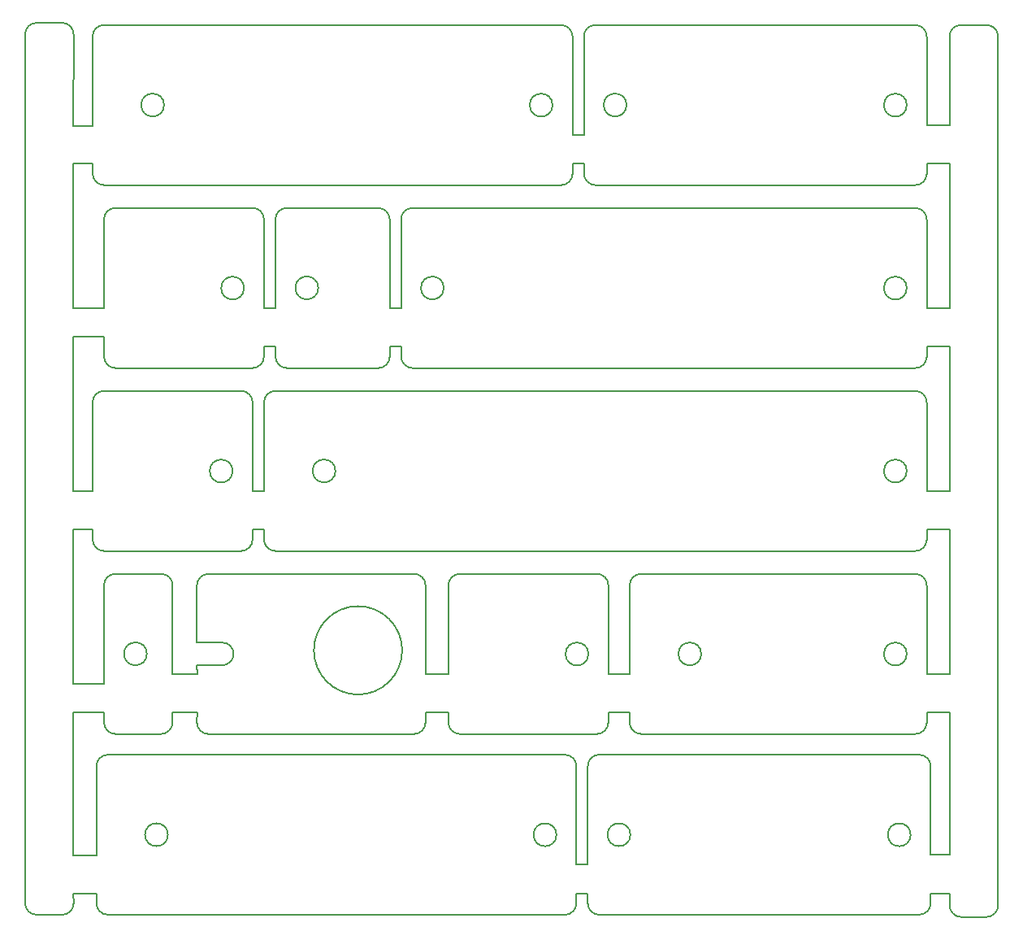
<source format=gm1>
G04 #@! TF.GenerationSoftware,KiCad,Pcbnew,(5.1.6-0-10_14)*
G04 #@! TF.CreationDate,2020-07-21T07:07:53+09:00*
G04 #@! TF.ProjectId,Jones,4a6f6e65-732e-46b6-9963-61645f706362,v.0.2*
G04 #@! TF.SameCoordinates,Original*
G04 #@! TF.FileFunction,Profile,NP*
%FSLAX46Y46*%
G04 Gerber Fmt 4.6, Leading zero omitted, Abs format (unit mm)*
G04 Created by KiCad (PCBNEW (5.1.6-0-10_14)) date 2020-07-21 07:07:53*
%MOMM*%
%LPD*%
G01*
G04 APERTURE LIST*
G04 #@! TA.AperFunction,Profile*
%ADD10C,0.150000*%
G04 #@! TD*
G04 APERTURE END LIST*
D10*
X138755090Y-160385090D02*
X141155090Y-160385090D01*
X138755090Y-253254230D02*
X141155090Y-253254230D01*
X42151690Y-253032220D02*
X44551690Y-253032220D01*
X42151690Y-160163080D02*
X44551690Y-160163080D01*
X103950000Y-227971770D02*
X103953470Y-218725960D01*
X82684000Y-218725960D02*
X82700000Y-227971770D01*
X103950000Y-227971770D02*
X101734080Y-227971770D01*
X103950000Y-231971770D02*
X101734080Y-231971770D01*
X82700000Y-231971770D02*
X85065260Y-231971770D01*
X82700000Y-227971770D02*
X85065260Y-227971770D01*
X58871400Y-227060370D02*
X58900000Y-227971770D01*
X56328270Y-231971770D02*
X58900000Y-231971770D01*
X56328270Y-227971770D02*
X58900000Y-227971770D01*
X46000000Y-174821530D02*
X46000000Y-189871610D01*
X46015670Y-161353710D02*
X46000000Y-170878750D01*
X46000000Y-189871610D02*
X49184490Y-189871610D01*
X46000000Y-192871610D02*
X49184490Y-192871610D01*
X46000000Y-208921690D02*
X47993860Y-208921690D01*
X46000000Y-212921690D02*
X47993860Y-212921690D01*
X134909850Y-174821530D02*
X137291110Y-174821530D01*
X134909850Y-170821530D02*
X137300000Y-170821530D01*
X134909850Y-193871610D02*
X137300000Y-193871610D01*
X134909850Y-189871610D02*
X137300000Y-189871610D01*
X134909850Y-212921690D02*
X137300000Y-212921690D01*
X134909850Y-208921690D02*
X137300000Y-208921690D01*
X135312920Y-250799840D02*
X137300000Y-250799840D01*
X135312920Y-246799840D02*
X137300000Y-246799840D01*
X137300000Y-250799840D02*
X137291110Y-252063600D01*
X137300000Y-212921690D02*
X137300000Y-227971770D01*
X46000000Y-231971770D02*
X46000000Y-246850000D01*
X135312920Y-251841590D02*
G75*
G02*
X134122290Y-253032220I-1190630J0D01*
G01*
X133233650Y-244706620D02*
G75*
G03*
X133233650Y-244706620I-1190630J0D01*
G01*
X134122290Y-236363400D02*
G75*
G02*
X135312920Y-237554030I0J-1190630D01*
G01*
X101058000Y-236363400D02*
X133308000Y-236363400D01*
X100784650Y-253032220D02*
G75*
G02*
X99594020Y-251841590I0J1190630D01*
G01*
X99594020Y-247799840D02*
X99594020Y-237554030D01*
X134122290Y-253032220D02*
X100784650Y-253032220D01*
X135312920Y-237554030D02*
X135312920Y-246799840D01*
X99594020Y-237554030D02*
G75*
G02*
X100784650Y-236363400I1190630J0D01*
G01*
X104033730Y-244697810D02*
G75*
G03*
X104033730Y-244697810I-1190630J0D01*
G01*
X48396930Y-246857060D02*
X48396930Y-237554030D01*
X96324120Y-244706620D02*
G75*
G03*
X96324120Y-244706620I-1190630J0D01*
G01*
X97212760Y-236363400D02*
G75*
G02*
X98403390Y-237554030I0J-1190630D01*
G01*
X55840310Y-244697170D02*
G75*
G03*
X55840310Y-244697170I-1190630J0D01*
G01*
X49587560Y-253032220D02*
G75*
G02*
X48396930Y-251841590I0J1190630D01*
G01*
X97212760Y-253032220D02*
X49587560Y-253032220D01*
X98403390Y-237554030D02*
X98403390Y-247799840D01*
X49587560Y-236363400D02*
X78517610Y-236363400D01*
X48396930Y-237554030D02*
G75*
G02*
X49587560Y-236363400I1190630J0D01*
G01*
X98403390Y-251841590D02*
G75*
G02*
X97212760Y-253032220I-1190630J0D01*
G01*
X133308000Y-236363400D02*
X134122290Y-236363400D01*
X100784650Y-236363400D02*
X101058000Y-236363400D01*
X78517610Y-236363400D02*
X97212760Y-236363400D01*
X135312920Y-250799840D02*
X135312920Y-251841590D01*
X99594020Y-250799840D02*
X99594020Y-251841590D01*
X98403390Y-250799840D02*
X99594020Y-250799840D01*
X98403390Y-250799840D02*
X98403390Y-251841590D01*
X48396930Y-250799840D02*
X48396930Y-251841590D01*
X46000000Y-250799840D02*
X48396930Y-250799840D01*
X46000000Y-246850000D02*
X48396930Y-246857060D01*
X98403390Y-247799840D02*
X99594020Y-247799840D01*
X62583410Y-206828470D02*
G75*
G03*
X62583410Y-206828470I-1190630J0D01*
G01*
X47993860Y-208921690D02*
X47993860Y-199675880D01*
X63472050Y-215154070D02*
X49184490Y-215154070D01*
X64662680Y-199675880D02*
X64662680Y-208921690D01*
X64662680Y-213963440D02*
G75*
G02*
X63472050Y-215154070I-1190630J0D01*
G01*
X49184490Y-215154070D02*
G75*
G02*
X47993860Y-213963440I0J1190630D01*
G01*
X47993860Y-199675880D02*
G75*
G02*
X49184490Y-198485250I1190630J0D01*
G01*
X47993860Y-212921690D02*
X47993860Y-213963440D01*
X64662680Y-212921690D02*
X64662680Y-213963440D01*
X49184490Y-198485250D02*
X63472050Y-198485250D01*
X63472050Y-198485250D02*
G75*
G02*
X64662680Y-199675880I0J-1190630D01*
G01*
X44825040Y-160163080D02*
X44551690Y-160163080D01*
X44825040Y-160163080D02*
G75*
G02*
X46015670Y-161353710I0J-1190630D01*
G01*
X46000000Y-228971770D02*
X46000000Y-212921690D01*
X46000000Y-192871610D02*
X46000000Y-208921690D01*
X42151690Y-253032220D02*
G75*
G02*
X40961060Y-251841590I0J1190630D01*
G01*
X40961060Y-251841590D02*
X40961060Y-161353710D01*
X40961060Y-161353710D02*
G75*
G02*
X42151690Y-160163080I1190630J0D01*
G01*
X46015670Y-251841590D02*
G75*
G02*
X44825040Y-253032220I-1190630J0D01*
G01*
X46000000Y-250799840D02*
X46015670Y-251841590D01*
X44825040Y-253032220D02*
X44551690Y-253032220D01*
X80252132Y-225501327D02*
G75*
G03*
X80252132Y-225501327I-4600000J0D01*
G01*
X60062030Y-217535330D02*
X81493370Y-217535330D01*
X58900000Y-231971770D02*
X58871400Y-233013520D01*
X58871400Y-218725960D02*
G75*
G02*
X60062030Y-217535330I1190630J0D01*
G01*
X82700000Y-231971770D02*
X82684000Y-233013520D01*
X61493860Y-224679110D02*
G75*
G02*
X62684490Y-225869740I0J-1190630D01*
G01*
X60062030Y-234204150D02*
G75*
G02*
X58871400Y-233013520I0J1190630D01*
G01*
X81493370Y-234204150D02*
X60062030Y-234204150D01*
X62684490Y-225869740D02*
G75*
G02*
X61493860Y-227060370I-1190630J0D01*
G01*
X81493370Y-217535330D02*
G75*
G02*
X82684000Y-218725960I0J-1190630D01*
G01*
X82684000Y-233013520D02*
G75*
G02*
X81493370Y-234204150I-1190630J0D01*
G01*
X58871400Y-227060370D02*
X61493860Y-227060370D01*
X58871400Y-224679110D02*
X58871400Y-218725960D01*
X58871400Y-224679110D02*
X61493860Y-224679110D01*
X101734080Y-233013520D02*
G75*
G02*
X100543450Y-234204150I-1190630J0D01*
G01*
X99654810Y-225878550D02*
G75*
G03*
X99654810Y-225878550I-1190630J0D01*
G01*
X100543450Y-217535330D02*
G75*
G02*
X101734080Y-218725960I0J-1190630D01*
G01*
X86255890Y-217535330D02*
X100543450Y-217535330D01*
X86255890Y-234204150D02*
G75*
G02*
X85065260Y-233013520I0J1190630D01*
G01*
X85065260Y-227971770D02*
X85065260Y-218725960D01*
X100543450Y-234204150D02*
X86255890Y-234204150D01*
X101734080Y-218725960D02*
X101734080Y-227971770D01*
X85065260Y-218725960D02*
G75*
G02*
X86255890Y-217535330I1190630J0D01*
G01*
X101734080Y-231971770D02*
X101734080Y-233013520D01*
X85065260Y-231971770D02*
X85065260Y-233013520D01*
X137300000Y-208921690D02*
X137300000Y-193871610D01*
X138481740Y-253254230D02*
X138755090Y-253254230D01*
X142345720Y-252063600D02*
G75*
G02*
X141155090Y-253254230I-1190630J0D01*
G01*
X141155090Y-160385090D02*
G75*
G02*
X142345720Y-161575720I0J-1190630D01*
G01*
X142345720Y-161575720D02*
X142345720Y-252063600D01*
X137300000Y-231971770D02*
X137300000Y-246799840D01*
X137291110Y-174821530D02*
X137300000Y-189871610D01*
X138481740Y-253254230D02*
G75*
G02*
X137291110Y-252063600I0J1190630D01*
G01*
X137300000Y-170821530D02*
X137291110Y-161575720D01*
X137291110Y-161575720D02*
G75*
G02*
X138481740Y-160385090I1190630J0D01*
G01*
X138481740Y-160385090D02*
X138755090Y-160385090D01*
X56328270Y-231971770D02*
X56328270Y-233013520D01*
X98000320Y-171821530D02*
X99190950Y-171821530D01*
X80140870Y-189871610D02*
X78950240Y-189871610D01*
X46000000Y-170878750D02*
X47993860Y-170878750D01*
X64662680Y-208921690D02*
X65853310Y-208921690D01*
X65853310Y-189871610D02*
X67043940Y-189871610D01*
X134909850Y-227971770D02*
X137300000Y-227971770D01*
X134909850Y-231971770D02*
X137300000Y-231971770D01*
X134909850Y-231971770D02*
X134909850Y-233013520D01*
X49184490Y-192871610D02*
X49184490Y-194913360D01*
X65853310Y-193871610D02*
X67043940Y-193871610D01*
X65853310Y-193871610D02*
X65853310Y-194913360D01*
X67043940Y-193871610D02*
X67043940Y-194913360D01*
X64662680Y-212921690D02*
X65853310Y-212921690D01*
X78950240Y-193871610D02*
X78950240Y-194913360D01*
X65853310Y-212921690D02*
X65853310Y-213963440D01*
X46000000Y-174821530D02*
X47993860Y-174821530D01*
X134909850Y-212921690D02*
X134909850Y-213963440D01*
X47993860Y-174821530D02*
X47993860Y-175863280D01*
X78950240Y-193871610D02*
X80140870Y-193871610D01*
X98000320Y-174821530D02*
X98000320Y-175863280D01*
X80140870Y-193871610D02*
X80140870Y-194913360D01*
X98000320Y-174821530D02*
X99190950Y-174821530D01*
X134909850Y-193871610D02*
X134909850Y-194913360D01*
X99190950Y-174821530D02*
X99190950Y-175863280D01*
X46000000Y-231971770D02*
X49184490Y-231971770D01*
X46000000Y-228971770D02*
X49184490Y-228971770D01*
X49184490Y-231971770D02*
X49184490Y-233013520D01*
X134909850Y-174821530D02*
X134909850Y-175863280D01*
X54323350Y-217535330D02*
X55137640Y-217535330D01*
X111259120Y-217535330D02*
X133719220Y-217535330D01*
X72593130Y-179435170D02*
X77759610Y-179435170D01*
X67043940Y-198485250D02*
X113721160Y-198485250D01*
X78114540Y-160385090D02*
X96809690Y-160385090D01*
X108814460Y-179435170D02*
X133719220Y-179435170D01*
X100381580Y-160385090D02*
X100654930Y-160385090D01*
X132904930Y-160385090D02*
X133719220Y-160385090D01*
X56328270Y-218725960D02*
X56328270Y-227971770D01*
X55137640Y-234204150D02*
X50375120Y-234204150D01*
X56328270Y-233013520D02*
G75*
G02*
X55137640Y-234204150I-1190630J0D01*
G01*
X49184490Y-228971770D02*
X49184490Y-218725960D01*
X50375120Y-234204150D02*
G75*
G02*
X49184490Y-233013520I0J1190630D01*
G01*
X53645020Y-225860930D02*
G75*
G03*
X53645020Y-225860930I-1190630J0D01*
G01*
X55137640Y-217535330D02*
G75*
G02*
X56328270Y-218725960I0J-1190630D01*
G01*
X49184490Y-218725960D02*
G75*
G02*
X50375120Y-217535330I1190630J0D01*
G01*
X50375120Y-217535330D02*
X54323350Y-217535330D01*
X68234570Y-196103990D02*
G75*
G02*
X67043940Y-194913360I0J1190630D01*
G01*
X71504470Y-187760770D02*
G75*
G03*
X71504470Y-187760770I-1190630J0D01*
G01*
X77759610Y-179435170D02*
G75*
G02*
X78950240Y-180625800I0J-1190630D01*
G01*
X77759610Y-196103990D02*
X68234570Y-196103990D01*
X78950240Y-194913360D02*
G75*
G02*
X77759610Y-196103990I-1190630J0D01*
G01*
X67043940Y-189871610D02*
X67043940Y-180625800D01*
X67043940Y-180625800D02*
G75*
G02*
X68234570Y-179435170I1190630J0D01*
G01*
X68234570Y-179435170D02*
X72593130Y-179435170D01*
X78950240Y-180625800D02*
X78950240Y-189871610D01*
X49184490Y-180625800D02*
G75*
G02*
X50375120Y-179435170I1190630J0D01*
G01*
X65853310Y-180625800D02*
X65853310Y-189871610D01*
X64662680Y-196103990D02*
X50375120Y-196103990D01*
X49184490Y-189871610D02*
X49184490Y-180625800D01*
X50375120Y-196103990D02*
G75*
G02*
X49184490Y-194913360I0J1190630D01*
G01*
X50375120Y-179435170D02*
X64662680Y-179435170D01*
X64662680Y-179435170D02*
G75*
G02*
X65853310Y-180625800I0J-1190630D01*
G01*
X63774040Y-187778390D02*
G75*
G03*
X63774040Y-187778390I-1190630J0D01*
G01*
X65853310Y-194913360D02*
G75*
G02*
X64662680Y-196103990I-1190630J0D01*
G01*
X134909850Y-213963440D02*
G75*
G02*
X133719220Y-215154070I-1190630J0D01*
G01*
X65853310Y-199675880D02*
G75*
G02*
X67043940Y-198485250I1190630J0D01*
G01*
X113721160Y-198485250D02*
X133719220Y-198485250D01*
X134909850Y-199675880D02*
X134909850Y-208921690D01*
X133719220Y-215154070D02*
X67043940Y-215154070D01*
X67043940Y-215154070D02*
G75*
G02*
X65853310Y-213963440I0J1190630D01*
G01*
X133719220Y-198485250D02*
G75*
G02*
X134909850Y-199675880I0J-1190630D01*
G01*
X73296690Y-206819020D02*
G75*
G03*
X73296690Y-206819020I-1190630J0D01*
G01*
X65853310Y-208921690D02*
X65853310Y-199675880D01*
X132830580Y-206828470D02*
G75*
G03*
X132830580Y-206828470I-1190630J0D01*
G01*
X134909850Y-233013520D02*
G75*
G02*
X133719220Y-234204150I-1190630J0D01*
G01*
X103953470Y-218725960D02*
G75*
G02*
X105144100Y-217535330I1190630J0D01*
G01*
X105144100Y-217535330D02*
X111259120Y-217535330D01*
X134909850Y-218725960D02*
X134909850Y-227971770D01*
X133719220Y-234204150D02*
X105144100Y-234204150D01*
X105144100Y-234204150D02*
G75*
G02*
X103953470Y-233013520I0J1190630D01*
G01*
X133719220Y-217535330D02*
G75*
G02*
X134909850Y-218725960I0J-1190630D01*
G01*
X111412760Y-225872290D02*
G75*
G03*
X111412760Y-225872290I-1190630J0D01*
G01*
X103953470Y-233013520D02*
X103950000Y-231971770D01*
X132830580Y-225878550D02*
G75*
G03*
X132830580Y-225878550I-1190630J0D01*
G01*
X98000320Y-175863280D02*
G75*
G02*
X96809690Y-177053910I-1190630J0D01*
G01*
X47993860Y-161575720D02*
G75*
G02*
X49184490Y-160385090I1190630J0D01*
G01*
X49184490Y-160385090D02*
X78114540Y-160385090D01*
X98000320Y-161575720D02*
X98000320Y-171821530D01*
X96809690Y-177053910D02*
X49184490Y-177053910D01*
X49184490Y-177053910D02*
G75*
G02*
X47993860Y-175863280I0J1190630D01*
G01*
X55437240Y-168718860D02*
G75*
G03*
X55437240Y-168718860I-1190630J0D01*
G01*
X96809690Y-160385090D02*
G75*
G02*
X98000320Y-161575720I0J-1190630D01*
G01*
X95921050Y-168728310D02*
G75*
G03*
X95921050Y-168728310I-1190630J0D01*
G01*
X47993860Y-170878750D02*
X47993860Y-161575720D01*
X134909850Y-194913360D02*
G75*
G02*
X133719220Y-196103990I-1190630J0D01*
G01*
X80140870Y-180625800D02*
G75*
G02*
X81331500Y-179435170I1190630J0D01*
G01*
X81331500Y-179435170D02*
X108814460Y-179435170D01*
X134909850Y-180625800D02*
X134909850Y-189871610D01*
X133719220Y-196103990D02*
X81331500Y-196103990D01*
X81331500Y-196103990D02*
G75*
G02*
X80140870Y-194913360I0J1190630D01*
G01*
X84587080Y-187769580D02*
G75*
G03*
X84587080Y-187769580I-1190630J0D01*
G01*
X133719220Y-179435170D02*
G75*
G02*
X134909850Y-180625800I0J-1190630D01*
G01*
X132830580Y-187778390D02*
G75*
G03*
X132830580Y-187778390I-1190630J0D01*
G01*
X80140870Y-189871610D02*
X80140870Y-180625800D01*
X103630660Y-168719500D02*
G75*
G03*
X103630660Y-168719500I-1190630J0D01*
G01*
X99190950Y-161575720D02*
G75*
G02*
X100381580Y-160385090I1190630J0D01*
G01*
X134909850Y-161575720D02*
X134909850Y-170821530D01*
X133719220Y-177053910D02*
X100381580Y-177053910D01*
X99190950Y-171821530D02*
X99190950Y-161575720D01*
X100381580Y-177053910D02*
G75*
G02*
X99190950Y-175863280I0J1190630D01*
G01*
X100654930Y-160385090D02*
X132904930Y-160385090D01*
X133719220Y-160385090D02*
G75*
G02*
X134909850Y-161575720I0J-1190630D01*
G01*
X132830580Y-168728310D02*
G75*
G03*
X132830580Y-168728310I-1190630J0D01*
G01*
X134909850Y-175863280D02*
G75*
G02*
X133719220Y-177053910I-1190630J0D01*
G01*
M02*

</source>
